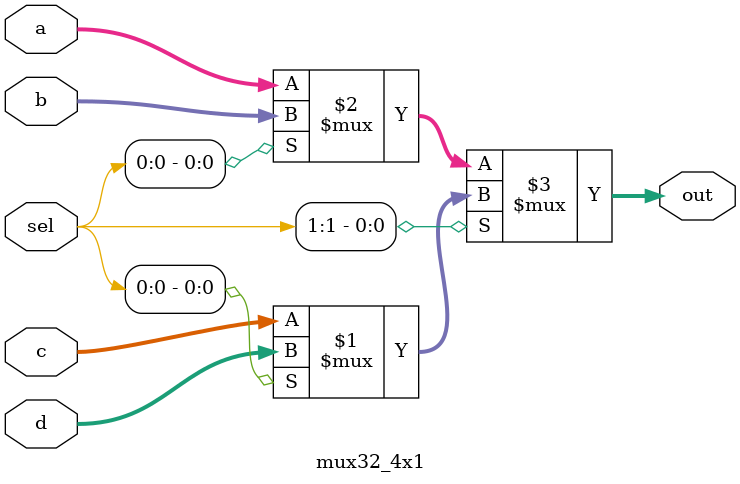
<source format=v>
module mux32_4x1 (a, b, c, d, sel, out);
	input wire [31:0]a;
	input wire [31:0]b;
	input wire [31:0]c;
	input wire [31:0]d;
	input wire [1:0]sel;
	output wire [31:0]out;

	assign out = (sel[1]) ? ((sel[0]) ? d : c) : ((sel[0]) ? b : a);
endmodule
</source>
